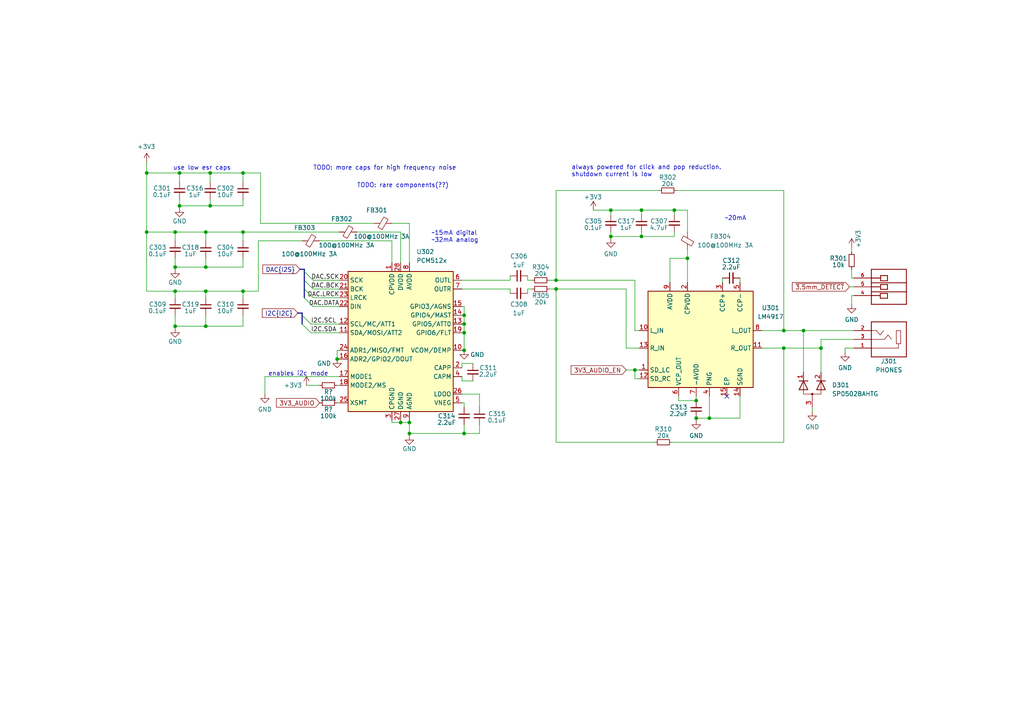
<source format=kicad_sch>
(kicad_sch (version 20211123) (generator eeschema)
  (paper "A4")
  (title_block (date "2022-09-04") (rev "1"))
  (lib_symbols
    (symbol "Audio:PCM5121PW"
      (property "Reference" "U" (at -13.97 21.59 0))
      (property "Value" "PCM5121PW" (at 10.16 21.59 0))
      (symbol "PCM5121PW_0_1"
        (rectangle (start -15.24 20.32) (end 15.24 -20.32) (stroke (width 0.254)) (fill (type background)))
      )
      (symbol "PCM5121PW_1_1"
        (pin power_in line (at -2.54 22.86 270) (length 2.54) (name "CPVDD") (number "1"))
        (pin bidirectional line (at 17.78 -2.54 180) (length 2.54) (name "VCOM/DEMP") (number "10"))
        (pin bidirectional line (at -17.78 2.54 0) (length 2.54) (name "SDA/MOSI/ATT2") (number "11"))
        (pin input line (at -17.78 5.08 0) (length 2.54) (name "SCL/MC/ATT1") (number "12"))
        (pin bidirectional line (at 17.78 5.08 180) (length 2.54) (name "GPIO5/ATT0") (number "13"))
        (pin bidirectional line (at 17.78 7.62 180) (length 2.54) (name "GPIO4/MAST") (number "14"))
        (pin bidirectional line (at 17.78 10.16 180) (length 2.54) (name "GPIO3/AGNS") (number "15"))
        (pin bidirectional line (at -17.78 -5.08 0) (length 2.54) (name "ADR2/GPIO2/DOUT") (number "16"))
        (pin input line (at -17.78 -10.16 0) (length 2.54) (name "MODE1") (number "17"))
        (pin input line (at -17.78 -12.7 0) (length 2.54) (name "MODE2/MS") (number "18"))
        (pin bidirectional line (at 17.78 2.54 180) (length 2.54) (name "GPIO6/FLT") (number "19"))
        (pin passive line (at 17.78 -7.62 180) (length 2.54) (name "CAPP") (number "2"))
        (pin input line (at -17.78 17.78 0) (length 2.54) (name "SCK") (number "20"))
        (pin bidirectional line (at -17.78 15.24 0) (length 2.54) (name "BCK") (number "21"))
        (pin input line (at -17.78 10.16 0) (length 2.54) (name "DIN") (number "22"))
        (pin bidirectional line (at -17.78 12.7 0) (length 2.54) (name "LRCK") (number "23"))
        (pin bidirectional line (at -17.78 -2.54 0) (length 2.54) (name "ADR1/MISO/FMT") (number "24"))
        (pin input line (at -17.78 -17.78 0) (length 2.54) (name "XSMT") (number "25"))
        (pin passive line (at 17.78 -15.24 180) (length 2.54) (name "LDOO") (number "26"))
        (pin power_in line (at 0 -22.86 90) (length 2.54) (name "DGND") (number "27"))
        (pin power_in line (at 0 22.86 270) (length 2.54) (name "DVDD") (number "28"))
        (pin power_in line (at -2.54 -22.86 90) (length 2.54) (name "CPGND") (number "3"))
        (pin passive line (at 17.78 -10.16 180) (length 2.54) (name "CAPM") (number "4"))
        (pin passive line (at 17.78 -17.78 180) (length 2.54) (name "VNEG") (number "5"))
        (pin output line (at 17.78 17.78 180) (length 2.54) (name "OUTL") (number "6"))
        (pin output line (at 17.78 15.24 180) (length 2.54) (name "OUTR") (number "7"))
        (pin power_in line (at 2.54 22.86 270) (length 2.54) (name "AVDD") (number "8"))
        (pin power_in line (at 2.54 -22.86 90) (length 2.54) (name "AGND") (number "9"))
      )
    )
    (symbol "Device:C_Small" (pin_numbers hide) (pin_names (offset 0.254) hide)
      (property "Reference" "C" (at 0.254 1.778 0))
      (property "Value" "C_Small" (at 0.254 -2.032 0))
      (symbol "C_Small_0_1"
        (polyline (pts (xy -1.524 -0.508) (xy 1.524 -0.508)) (stroke (width 0.3302)))
        (polyline (pts (xy -1.524 0.508) (xy 1.524 0.508)) (stroke (width 0.3048)))
      )
      (symbol "C_Small_1_1"
        (pin passive line (at 0 2.54 270) (length 2.032) (name "~") (number "1"))
        (pin passive line (at 0 -2.54 90) (length 2.032) (name "~") (number "2"))
      )
    )
    (symbol "Device:D_Dual_CommonAnode_KKA_Parallel" (pin_names (offset 0.762) hide)
      (property "Reference" "D" (at 0 5.08 0))
      (property "Value" "D_Dual_CommonAnode_KKA_Parallel" (at 0 -5.08 0))
      (symbol "D_Dual_CommonAnode_KKA_Parallel_0_0"
        (polyline (pts (xy 2.54 -3.81) (xy 2.54 -1.27)) (stroke (width 0.254)))
        (polyline (pts (xy 2.54 1.27) (xy 2.54 3.81)) (stroke (width 0.254)))
      )
      (symbol "D_Dual_CommonAnode_KKA_Parallel_0_1"
        (circle (center -1.27 0) (radius 0.254) (fill (type outline)))
        (polyline (pts (xy -1.27 0) (xy -2.54 0)))
        (polyline (pts (xy 2.54 2.54) (xy -1.27 2.54) (xy -1.27 -2.54) (xy 2.54 -2.54)))
        (polyline (pts (xy 0 -1.27) (xy 2.54 -2.54) (xy 0 -3.81) (xy 0 -1.27) (xy 0 -1.27) (xy 0 -1.27)) (stroke (width 0.254)))
        (polyline (pts (xy 0 3.81) (xy 2.54 2.54) (xy 0 1.27) (xy 0 3.81) (xy 0 3.81) (xy 0 3.81)) (stroke (width 0.254)))
        (pin passive line (at 5.08 2.54 180) (length 2.54) (name "K") (number "1"))
        (pin passive line (at 5.08 -2.54 180) (length 2.54) (name "K") (number "2"))
        (pin passive line (at -5.08 0 0) (length 2.54) (name "A") (number "3"))
      )
    )
    (symbol "Device:Ferrite_Bead_Small" (pin_numbers hide) (pin_names (offset 0))
      (property "Reference" "FB" (at 1.905 1.27 0))
      (property "Value" "Device_Ferrite_Bead_Small" (at 1.905 -1.27 0))
      (symbol "Ferrite_Bead_Small_0_1"
        (polyline (pts (xy 0 -1.27) (xy 0 -0.7874)))
        (polyline (pts (xy 0 0.889) (xy 0 1.2954)))
        (polyline (pts (xy -1.8288 0.2794) (xy -1.1176 1.4986) (xy 1.8288 -0.2032) (xy 1.1176 -1.4224) (xy -1.8288 0.2794)))
      )
      (symbol "Ferrite_Bead_Small_1_1"
        (pin passive line (at 0 2.54 270) (length 1.27) (name "~") (number "1"))
        (pin passive line (at 0 -2.54 90) (length 1.27) (name "~") (number "2"))
      )
    )
    (symbol "Device:R_Small" (pin_numbers hide) (pin_names (offset 0.254) hide)
      (property "Reference" "R" (at 0.762 0.508 0))
      (property "Value" "R_Small" (at 0.762 -1.016 0))
      (symbol "R_Small_0_1"
        (rectangle (start -0.762 1.778) (end 0.762 -1.778) (stroke (width 0.2032)))
      )
      (symbol "R_Small_1_1"
        (pin passive line (at 0 2.54 270) (length 0.762) (name "~") (number "1"))
        (pin passive line (at 0 -2.54 90) (length 0.762) (name "~") (number "2"))
      )
    )
    (symbol "power:+3V3" (power) (pin_names (offset 0))
      (property "Value" "+3V3" (at 0 3.556 0))
      (symbol "+3V3_0_1"
        (polyline (pts (xy -0.762 1.27) (xy 0 2.54)))
        (polyline (pts (xy 0 0) (xy 0 2.54)))
        (polyline (pts (xy 0 2.54) (xy 0.762 1.27)))
      )
      (symbol "+3V3_1_1"
        (pin power_in line (at 0 0 90) (length 0) hide (name "+3V3") (number "1"))
      )
    )
    (symbol "power:GND" (power) (pin_names (offset 0))
      (property "Value" "GND" (at 0 -3.81 0))
      (symbol "GND_0_1"
        (polyline (pts (xy 0 0) (xy 0 -1.27) (xy 1.27 -1.27) (xy 0 -2.54) (xy -1.27 -1.27) (xy 0 -1.27)))
      )
      (symbol "GND_1_1"
        (pin power_in line (at 0 0 270) (length 0) hide (name "GND") (number "1"))
      )
    )
    (symbol "symbols:LM4917"
      (property "Reference" "U" (at 0 0 0))
      (property "Value" "LM4917" (at 0 0 0))
      (symbol "LM4917_0_0"
        (pin input line (at -17.78 -2.54 0) (length 2.54) (name "R_IN") (number "13"))
        (pin power_in line (at 11.43 -16.51 90) (length 2.54) (name "SGND") (number "14"))
        (pin power_in line (at 7.62 -16.51 90) (length 2.54) (name "EP") (number "15"))
        (pin passive line (at 6.35 16.51 270) (length 2.54) (name "CCP+") (number "3"))
      )
      (symbol "LM4917_0_1"
        (rectangle (start -15.24 13.97) (end 15.24 -13.97) (stroke (width 0.254)) (fill (type background)))
      )
      (symbol "LM4917_1_1"
        (pin input line (at -17.78 -8.89 0) (length 2.54) (name "SD_LC") (number "1"))
        (pin input line (at -17.78 2.54 0) (length 2.54) (name "L_IN") (number "10"))
        (pin output line (at 17.78 -2.54 180) (length 2.54) (name "R_OUT") (number "11"))
        (pin input line (at -17.78 -11.43 0) (length 2.54) (name "SD_RC") (number "12"))
        (pin power_in line (at -3.81 16.51 270) (length 2.54) (name "CPVDD") (number "2"))
        (pin power_in line (at 2.54 -16.51 90) (length 2.54) (name "PNG") (number "4"))
        (pin passive line (at 11.43 16.51 270) (length 2.54) (name "CCP-") (number "5"))
        (pin power_in line (at -6.35 -16.51 90) (length 2.54) (name "VCP_OUT") (number "6"))
        (pin power_in line (at -1.27 -16.51 90) (length 2.54) (name "-AVDD") (number "7"))
        (pin output line (at 17.78 2.54 180) (length 2.54) (name "L_OUT") (number "8"))
        (pin power_in line (at -8.89 16.51 270) (length 2.54) (name "AVDD") (number "9"))
      )
    )
    (symbol "symbols:SJ-3566AN" (pin_names (offset 1.016) hide)
      (property "Reference" "J301" (at 0 6.35 0))
      (property "Value" "PHONES" (at 0 8.89 0))
      (symbol "SJ-3566AN_0_0"
        (polyline (pts (xy -5.1054 -13.7922) (xy 5.0038 -13.7922)) (stroke (width 0.254)))
        (polyline (pts (xy -5.08 -20.32) (xy 5.08 -20.32)) (stroke (width 0.254)))
        (polyline (pts (xy -5.08 -10.16) (xy -5.08 -20.32)) (stroke (width 0.254)))
        (polyline (pts (xy -5.08 -5.08) (xy 5.08 -5.08)) (stroke (width 0.254)))
        (polyline (pts (xy -5.08 5.08) (xy -5.08 -5.08)) (stroke (width 0.254)))
        (polyline (pts (xy -3.429 -2.54) (xy -2.159 -2.54)) (stroke (width 0.1524)))
        (polyline (pts (xy -3.429 1.27) (xy -3.429 -2.54)) (stroke (width 0.1524)))
        (polyline (pts (xy -2.794 1.27) (xy -3.429 1.27)) (stroke (width 0.1524)))
        (polyline (pts (xy -2.794 1.27) (xy -2.794 2.54)) (stroke (width 0.1524)))
        (polyline (pts (xy -2.794 2.54) (xy 5.08 2.54)) (stroke (width 0.1524)))
        (polyline (pts (xy -2.159 -2.54) (xy -2.159 1.27)) (stroke (width 0.1524)))
        (polyline (pts (xy -2.159 1.27) (xy -2.794 1.27)) (stroke (width 0.1524)))
        (polyline (pts (xy 0.254 -1.27) (xy -0.762 0)) (stroke (width 0.1524)))
        (polyline (pts (xy 0.4064 -18.4912) (xy 0.4064 -16.9926)) (stroke (width 0.254)))
        (polyline (pts (xy 0.4064 -16.9926) (xy 2.3876 -16.9926)) (stroke (width 0.254)))
        (polyline (pts (xy 0.4064 -15.9004) (xy 0.4064 -14.5034)) (stroke (width 0.254)))
        (polyline (pts (xy 0.4064 -14.5034) (xy 2.3876 -14.5034)) (stroke (width 0.254)))
        (polyline (pts (xy 0.4064 -11.9126) (xy 0.4064 -13.3096)) (stroke (width 0.254)))
        (polyline (pts (xy 0.508 -13.3096) (xy 2.4892 -13.3096)) (stroke (width 0.254)))
        (polyline (pts (xy 1.27 0) (xy 0.254 -1.27)) (stroke (width 0.1524)))
        (polyline (pts (xy 1.524 -2.54) (xy 2.54 -1.27)) (stroke (width 0.1524)))
        (polyline (pts (xy 2.3876 -18.4912) (xy 0.4064 -18.4912)) (stroke (width 0.254)))
        (polyline (pts (xy 2.3876 -16.9926) (xy 2.3876 -18.4912)) (stroke (width 0.254)))
        (polyline (pts (xy 2.3876 -15.9004) (xy 0.4064 -15.9004)) (stroke (width 0.254)))
        (polyline (pts (xy 2.3876 -14.5034) (xy 2.3876 -15.9004)) (stroke (width 0.254)))
        (polyline (pts (xy 2.4892 -13.3096) (xy 2.4892 -11.9126)) (stroke (width 0.254)))
        (polyline (pts (xy 2.4892 -11.9126) (xy 0.508 -11.9126)) (stroke (width 0.254)))
        (polyline (pts (xy 2.54 -1.27) (xy 3.556 -2.54)) (stroke (width 0.1524)))
        (polyline (pts (xy 5.08 -20.32) (xy 5.08 -17.78)) (stroke (width 0.254)))
        (polyline (pts (xy 5.08 -17.78) (xy 2.54 -17.78)) (stroke (width 0.254)))
        (polyline (pts (xy 5.08 -17.78) (xy 5.08 -15.24)) (stroke (width 0.254)))
        (polyline (pts (xy 5.08 -15.24) (xy 2.54 -15.24)) (stroke (width 0.254)))
        (polyline (pts (xy 5.08 -15.24) (xy 5.08 -12.7)) (stroke (width 0.254)))
        (polyline (pts (xy 5.08 -12.7) (xy 2.54 -12.7)) (stroke (width 0.254)))
        (polyline (pts (xy 5.08 -12.7) (xy 5.08 -10.16)) (stroke (width 0.254)))
        (polyline (pts (xy 5.08 -10.16) (xy -5.08 -10.16)) (stroke (width 0.254)))
        (polyline (pts (xy 5.08 -5.08) (xy 5.08 -2.54)) (stroke (width 0.254)))
        (polyline (pts (xy 5.08 -2.54) (xy 3.556 -2.54)) (stroke (width 0.1524)))
        (polyline (pts (xy 5.08 -2.54) (xy 5.08 0)) (stroke (width 0.254)))
        (polyline (pts (xy 5.08 0) (xy 1.27 0)) (stroke (width 0.1524)))
        (polyline (pts (xy 5.08 0) (xy 5.08 2.54)) (stroke (width 0.254)))
        (polyline (pts (xy 5.08 2.54) (xy 5.08 5.08)) (stroke (width 0.254)))
        (polyline (pts (xy 5.08 5.08) (xy -5.08 5.08)) (stroke (width 0.254)))
        (polyline (pts (xy 5.1054 -16.4084) (xy -5.1054 -16.4084)) (stroke (width 0.254)))
        (pin passive line (at 10.16 2.54 180) (length 5.08) (name "~") (number "1"))
        (pin passive line (at 10.16 -2.54 180) (length 5.08) (name "~") (number "2"))
        (pin passive line (at 10.16 0 180) (length 5.08) (name "~") (number "3"))
        (pin passive line (at 10.16 -12.7 180) (length 5.08) (name "~") (number "4"))
        (pin passive line (at 10.16 -15.24 180) (length 5.08) (name "~") (number "5"))
        (pin passive line (at 10.16 -17.78 180) (length 5.08) (name "~") (number "6"))
      )
    )
  )
  (junction (at 134.62 101.6))
  (junction (at 70.485 84.455))
  (junction (at 134.62 93.98))
  (junction (at 134.62 91.44))
  (junction (at 186.055 60.96))
  (junction (at 201.93 121.285))
  (junction (at 42.545 50.165))
  (junction (at 195.58 60.96))
  (junction (at 118.745 125.73))
  (junction (at 42.545 67.31))
  (junction (at 186.055 68.58))
  (junction (at 59.69 67.31))
  (junction (at 70.485 50.165))
  (junction (at 116.205 122.555))
  (junction (at 238.125 100.965))
  (junction (at 184.15 107.315))
  (junction (at 227.33 100.965))
  (junction (at 59.69 94.615))
  (junction (at 177.165 60.96))
  (junction (at 50.8 84.455))
  (junction (at 199.39 74.93))
  (junction (at 59.69 77.47))
  (junction (at 205.74 121.285))
  (junction (at 118.745 122.555))
  (junction (at 201.93 116.205))
  (junction (at 50.8 67.31))
  (junction (at 134.62 96.52))
  (junction (at 134.62 125.73))
  (junction (at 161.29 83.82))
  (junction (at 52.07 50.165))
  (junction (at 233.045 95.885))
  (junction (at 52.07 59.69))
  (junction (at 50.8 94.615))
  (junction (at 60.96 59.69))
  (junction (at 70.485 67.31))
  (junction (at 60.96 50.165))
  (junction (at 97.79 104.14))
  (junction (at 177.165 68.58))
  (junction (at 161.29 81.28))
  (junction (at 227.33 95.885))
  (junction (at 50.8 77.47))
  (junction (at 59.69 84.455))
  (no_connect (at -332.105 50.165))
  (no_connect (at 210.82 114.935))
  (no_connect (at 229.87 256.54))
  (bus_entry (at 87.63 93.98) (size 2.54 2.54))
  (bus_entry (at 87.63 91.44) (size 2.54 2.54))
  (bus_entry (at 88.265 78.74) (size 2.54 2.54))
  (bus_entry (at 88.265 81.28) (size 2.54 2.54))
  (bus_entry (at 88.265 86.36) (size 2.54 2.54))
  (bus_entry (at 88.265 83.82) (size 2.54 2.54))
  (wire (pts (xy 247.015 85.725) (xy 247.015 88.265)))
  (wire (pts (xy 59.69 74.93) (xy 59.69 77.47)))
  (wire (pts (xy 184.15 81.28) (xy 184.15 95.885)))
  (wire (pts (xy 153.035 83.82) (xy 153.035 85.09)))
  (wire (pts (xy 133.985 105.41) (xy 133.985 106.68)))
  (wire (pts (xy 133.985 93.98) (xy 134.62 93.98)))
  (wire (pts (xy 70.485 57.785) (xy 70.485 59.69)))
  (wire (pts (xy 247.65 80.645) (xy 247.015 80.645)))
  (wire (pts (xy 116.205 122.555) (xy 118.745 122.555)))
  (wire (pts (xy 50.8 77.47) (xy 50.8 78.105)))
  (wire (pts (xy 247.65 85.725) (xy 247.015 85.725)))
  (wire (pts (xy 154.305 81.28) (xy 153.035 81.28)))
  (wire (pts (xy 227.33 100.965) (xy 227.33 128.27)))
  (wire (pts (xy 153.035 81.28) (xy 153.035 80.01)))
  (wire (pts (xy 147.955 83.82) (xy 147.955 85.09)))
  (wire (pts (xy 227.33 128.27) (xy 194.945 128.27)))
  (wire (pts (xy 209.55 80.645) (xy 209.55 81.915)))
  (wire (pts (xy 220.98 100.965) (xy 227.33 100.965)))
  (wire (pts (xy 50.8 77.47) (xy 59.69 77.47)))
  (wire (pts (xy 50.8 69.85) (xy 50.8 67.31)))
  (wire (pts (xy 52.07 50.165) (xy 60.96 50.165)))
  (wire (pts (xy 59.69 67.31) (xy 70.485 67.31)))
  (wire (pts (xy 247.65 100.965) (xy 245.11 100.965)))
  (wire (pts (xy 177.165 68.58) (xy 177.165 69.215)))
  (wire (pts (xy 75.565 50.165) (xy 75.565 64.77)))
  (bus (pts (xy 88.265 78.74) (xy 88.265 81.28)))
  (wire (pts (xy 139.065 125.73) (xy 134.62 125.73)))
  (wire (pts (xy 133.985 114.3) (xy 139.065 114.3)))
  (wire (pts (xy 161.29 55.245) (xy 191.135 55.245)))
  (wire (pts (xy 177.165 60.96) (xy 177.165 62.23)))
  (wire (pts (xy 195.58 60.96) (xy 199.39 60.96)))
  (wire (pts (xy 199.39 72.39) (xy 199.39 74.93)))
  (wire (pts (xy 42.545 50.165) (xy 52.07 50.165)))
  (wire (pts (xy 118.745 76.2) (xy 118.745 64.77)))
  (wire (pts (xy 133.985 81.28) (xy 147.955 81.28)))
  (wire (pts (xy 186.055 60.96) (xy 186.055 62.23)))
  (wire (pts (xy 59.69 67.31) (xy 59.69 69.85)))
  (wire (pts (xy 97.79 111.76) (xy 98.425 111.76)))
  (wire (pts (xy 233.045 95.885) (xy 233.045 107.95)))
  (wire (pts (xy 186.055 67.31) (xy 186.055 68.58)))
  (wire (pts (xy 52.07 59.69) (xy 60.96 59.69)))
  (wire (pts (xy 214.63 114.935) (xy 214.63 121.285)))
  (bus (pts (xy 86.995 78.105) (xy 88.265 78.105)))
  (wire (pts (xy 181.61 83.82) (xy 161.29 83.82)))
  (wire (pts (xy 227.33 55.245) (xy 227.33 95.885)))
  (wire (pts (xy 113.665 122.555) (xy 116.205 122.555)))
  (wire (pts (xy 59.69 84.455) (xy 59.69 86.36)))
  (wire (pts (xy 134.62 88.9) (xy 134.62 91.44)))
  (wire (pts (xy 238.125 100.965) (xy 238.125 98.425)))
  (wire (pts (xy 98.425 67.31) (xy 70.485 67.31)))
  (wire (pts (xy 184.15 107.315) (xy 184.15 109.855)))
  (wire (pts (xy 97.79 101.6) (xy 97.79 104.14)))
  (wire (pts (xy 70.485 74.93) (xy 70.485 77.47)))
  (wire (pts (xy 88.9 111.76) (xy 92.71 111.76)))
  (wire (pts (xy 59.69 91.44) (xy 59.69 94.615)))
  (wire (pts (xy 137.16 110.49) (xy 133.985 110.49)))
  (wire (pts (xy 161.29 81.28) (xy 159.385 81.28)))
  (wire (pts (xy 133.985 91.44) (xy 134.62 91.44)))
  (wire (pts (xy 60.96 50.165) (xy 70.485 50.165)))
  (wire (pts (xy 154.305 83.82) (xy 153.035 83.82)))
  (wire (pts (xy 181.61 83.82) (xy 181.61 100.965)))
  (wire (pts (xy 139.065 123.19) (xy 139.065 125.73)))
  (wire (pts (xy 60.96 50.165) (xy 60.96 52.705)))
  (bus (pts (xy 87.63 91.44) (xy 87.63 93.98)))
  (wire (pts (xy 97.79 101.6) (xy 98.425 101.6)))
  (wire (pts (xy 172.085 60.96) (xy 177.165 60.96)))
  (wire (pts (xy 134.62 96.52) (xy 134.62 101.6)))
  (wire (pts (xy 70.485 91.44) (xy 70.485 94.615)))
  (wire (pts (xy 50.8 91.44) (xy 50.8 94.615)))
  (wire (pts (xy 90.17 96.52) (xy 98.425 96.52)))
  (wire (pts (xy 42.545 67.31) (xy 42.545 84.455)))
  (wire (pts (xy 70.485 86.36) (xy 70.485 84.455)))
  (wire (pts (xy 186.055 60.96) (xy 195.58 60.96)))
  (wire (pts (xy 42.545 50.165) (xy 42.545 67.31)))
  (wire (pts (xy 70.485 52.705) (xy 70.485 50.165)))
  (wire (pts (xy 247.015 71.755) (xy 247.015 73.025)))
  (wire (pts (xy 195.58 68.58) (xy 195.58 67.31)))
  (wire (pts (xy 134.62 123.19) (xy 134.62 125.73)))
  (wire (pts (xy 59.69 77.47) (xy 70.485 77.47)))
  (wire (pts (xy 133.985 116.84) (xy 134.62 116.84)))
  (wire (pts (xy 161.29 55.245) (xy 161.29 81.28)))
  (wire (pts (xy 52.07 52.705) (xy 52.07 50.165)))
  (wire (pts (xy 161.29 128.27) (xy 161.29 83.82)))
  (wire (pts (xy 227.33 100.965) (xy 238.125 100.965)))
  (wire (pts (xy 233.045 95.885) (xy 247.65 95.885)))
  (wire (pts (xy 70.485 69.85) (xy 70.485 67.31)))
  (wire (pts (xy 205.74 121.285) (xy 201.93 121.285)))
  (bus (pts (xy 88.265 83.82) (xy 88.265 86.36)))
  (wire (pts (xy 50.8 94.615) (xy 50.8 95.25)))
  (wire (pts (xy 220.98 95.885) (xy 227.33 95.885)))
  (wire (pts (xy 199.39 60.96) (xy 199.39 67.31)))
  (wire (pts (xy 235.585 119.38) (xy 235.585 118.11)))
  (wire (pts (xy 50.8 74.93) (xy 50.8 77.47)))
  (wire (pts (xy 161.29 83.82) (xy 159.385 83.82)))
  (wire (pts (xy 177.165 68.58) (xy 186.055 68.58)))
  (wire (pts (xy 90.805 86.36) (xy 98.425 86.36)))
  (wire (pts (xy 74.93 84.455) (xy 74.93 69.85)))
  (wire (pts (xy 238.125 100.965) (xy 238.125 107.95)))
  (wire (pts (xy 134.62 125.73) (xy 118.745 125.73)))
  (wire (pts (xy 76.835 109.22) (xy 76.835 114.3)))
  (wire (pts (xy 184.15 109.855) (xy 185.42 109.855)))
  (wire (pts (xy 245.11 100.965) (xy 245.11 102.235)))
  (wire (pts (xy 133.985 110.49) (xy 133.985 109.22)))
  (wire (pts (xy 50.8 84.455) (xy 59.69 84.455)))
  (wire (pts (xy 59.69 84.455) (xy 70.485 84.455)))
  (wire (pts (xy 196.85 114.935) (xy 196.85 116.205)))
  (wire (pts (xy 201.93 121.92) (xy 201.93 121.285)))
  (wire (pts (xy 60.96 57.785) (xy 60.96 59.69)))
  (wire (pts (xy 134.62 101.6) (xy 133.985 101.6)))
  (wire (pts (xy 97.79 116.84) (xy 98.425 116.84)))
  (wire (pts (xy 194.31 81.915) (xy 194.31 74.93)))
  (wire (pts (xy 214.63 80.645) (xy 214.63 81.915)))
  (bus (pts (xy 88.265 81.28) (xy 88.265 83.82)))
  (wire (pts (xy 90.805 83.82) (xy 98.425 83.82)))
  (wire (pts (xy 134.62 93.98) (xy 134.62 96.52)))
  (wire (pts (xy 227.33 95.885) (xy 233.045 95.885)))
  (wire (pts (xy 116.205 76.2) (xy 116.205 67.31)))
  (wire (pts (xy 113.665 69.85) (xy 113.665 76.2)))
  (wire (pts (xy 76.835 109.22) (xy 98.425 109.22)))
  (wire (pts (xy 205.74 114.935) (xy 205.74 121.285)))
  (wire (pts (xy 74.93 69.85) (xy 87.63 69.85)))
  (wire (pts (xy 50.8 86.36) (xy 50.8 84.455)))
  (wire (pts (xy 42.545 46.99) (xy 42.545 50.165)))
  (wire (pts (xy 70.485 84.455) (xy 74.93 84.455)))
  (wire (pts (xy 205.74 121.285) (xy 214.63 121.285)))
  (wire (pts (xy 194.31 74.93) (xy 199.39 74.93)))
  (wire (pts (xy 184.15 107.315) (xy 185.42 107.315)))
  (bus (pts (xy 86.36 90.805) (xy 87.63 90.805)))
  (wire (pts (xy 92.71 69.85) (xy 113.665 69.85)))
  (wire (pts (xy 196.215 55.245) (xy 227.33 55.245)))
  (wire (pts (xy 246.38 83.185) (xy 247.65 83.185)))
  (wire (pts (xy 201.93 116.205) (xy 201.93 114.935)))
  (wire (pts (xy 118.745 122.555) (xy 118.745 125.73)))
  (wire (pts (xy 134.62 116.84) (xy 134.62 118.11)))
  (wire (pts (xy 50.8 94.615) (xy 59.69 94.615)))
  (wire (pts (xy 113.665 64.77) (xy 118.745 64.77)))
  (wire (pts (xy 134.62 91.44) (xy 134.62 93.98)))
  (wire (pts (xy 90.17 93.98) (xy 98.425 93.98)))
  (wire (pts (xy 50.8 84.455) (xy 42.545 84.455)))
  (wire (pts (xy 116.205 121.92) (xy 116.205 122.555)))
  (wire (pts (xy 133.985 88.9) (xy 134.62 88.9)))
  (wire (pts (xy 185.42 100.965) (xy 181.61 100.965)))
  (wire (pts (xy 184.15 95.885) (xy 185.42 95.885)))
  (wire (pts (xy 195.58 60.96) (xy 195.58 62.23)))
  (wire (pts (xy 70.485 50.165) (xy 75.565 50.165)))
  (wire (pts (xy 139.065 118.11) (xy 139.065 114.3)))
  (wire (pts (xy 52.07 59.69) (xy 52.07 60.325)))
  (wire (pts (xy 50.8 67.31) (xy 59.69 67.31)))
  (wire (pts (xy 97.79 104.14) (xy 98.425 104.14)))
  (wire (pts (xy 184.15 81.28) (xy 161.29 81.28)))
  (wire (pts (xy 133.985 96.52) (xy 134.62 96.52)))
  (wire (pts (xy 177.165 60.96) (xy 186.055 60.96)))
  (wire (pts (xy 75.565 64.77) (xy 108.585 64.77)))
  (wire (pts (xy 177.165 67.31) (xy 177.165 68.58)))
  (wire (pts (xy 90.805 81.28) (xy 98.425 81.28)))
  (wire (pts (xy 199.39 74.93) (xy 199.39 81.915)))
  (wire (pts (xy 118.745 121.92) (xy 118.745 122.555)))
  (bus (pts (xy 87.63 90.805) (xy 87.63 91.44)))
  (wire (pts (xy 133.985 83.82) (xy 147.955 83.82)))
  (wire (pts (xy 113.665 121.92) (xy 113.665 122.555)))
  (wire (pts (xy 116.205 67.31) (xy 103.505 67.31)))
  (wire (pts (xy 196.85 116.205) (xy 201.93 116.205)))
  (wire (pts (xy 238.125 98.425) (xy 247.65 98.425)))
  (wire (pts (xy 186.055 68.58) (xy 195.58 68.58)))
  (wire (pts (xy 137.16 105.41) (xy 133.985 105.41)))
  (wire (pts (xy 147.955 81.28) (xy 147.955 80.01)))
  (wire (pts (xy 118.745 125.73) (xy 118.745 126.365)))
  (wire (pts (xy 247.015 80.645) (xy 247.015 78.105)))
  (wire (pts (xy 52.07 57.785) (xy 52.07 59.69)))
  (bus (pts (xy 88.265 78.105) (xy 88.265 78.74)))
  (wire (pts (xy 189.865 128.27) (xy 161.29 128.27)))
  (wire (pts (xy 181.61 107.315) (xy 184.15 107.315)))
  (wire (pts (xy 90.805 88.9) (xy 98.425 88.9)))
  (wire (pts (xy 60.96 59.69) (xy 70.485 59.69)))
  (wire (pts (xy 42.545 67.31) (xy 50.8 67.31)))
  (wire (pts (xy 59.69 94.615) (xy 70.485 94.615)))
  (text "~20mA" (at 210.185 64.135 0) (effects (font (size 1.27 1.27)) (justify left bottom)))
  (text "always powered for click and pop reduction.\nshutdown current is low" (at 165.735 51.435 0) (effects (font (size 1.27 1.27)) (justify left bottom)))
  (text "~15mA digital\n~32mA analog" (at 125.095 70.485 0) (effects (font (size 1.27 1.27)) (justify left bottom)))
  (text "TODO: more caps for high frequency noise" (at 90.805 49.53 0) (effects (font (size 1.27 1.27)) (justify left bottom)))
  (text "use low esr caps" (at 50.165 49.53 0) (effects (font (size 1.27 1.27)) (justify left bottom)))
  (text "enables i2c mode" (at 95.25 109.22 180) (effects (font (size 1.27 1.27)) (justify right bottom)))
  (text "TODO: rare components(??)" (at 103.505 54.61 0) (effects (font (size 1.27 1.27)) (justify left bottom)))
  (label "DAC.BCK" (at 98.425 83.82 180))
  (label "DAC.LRCK" (at 98.425 86.36 180))
  (label "DAC.DATA" (at 98.425 88.9 180))
  (label "I2C.SCL" (at 90.17 93.98 0))
  (label "I2C.SDA" (at 90.17 96.52 0))
  (label "DAC.SCK" (at 98.425 81.28 180))
  (global_label "3V3_AUDIO_EN" (shape input) (at 181.61 107.315 180) (property "Intersheet References" "${INTERSHEET_REFS}" (effects hide)))
  (global_label "I2C{I2C}" (shape input) (at 86.36 90.805 180) (property "Intersheet References" "${INTERSHEET_REFS}" (effects hide)))
  (global_label "3V3_AUDIO" (shape input) (at 92.71 116.84 180) (property "Intersheet References" "${INTERSHEET_REFS}" (effects hide)))
  (global_label "DAC{I2S}" (shape input) (at 86.995 78.105 180) (property "Intersheet References" "${INTERSHEET_REFS}" (effects hide)))
  (global_label "~{3.5mm_DETECT}" (shape input) (at 246.38 83.185 180) (property "Intersheet References" "${INTERSHEET_REFS}" (effects hide)))
  (symbol (lib_id "Device:C_Small") (at 70.485 55.245 0) (unit 1)
    (property "Reference" "C302" (at 65.405 54.61 0))
    (property "Value" "10uF" (at 65.405 56.515 0))
    (property "Footprint" "Capacitor_SMD:C_0805_2012Metric" (effects hide))
    (property "PN" "EMK212ABJ106KG-T" (effects hide))
  )
  (symbol (lib_id "power:GND") (at 118.745 126.365 0) (unit 1)
    (property "Reference" "#PWR0313" (effects hide))
    (property "Value" "GND" (at 118.745 130.175 0))
  )
  (symbol (lib_id "power:GND") (at 97.79 104.14 0) (unit 1)
    (property "Reference" "#PWR0310" (effects hide))
    (property "Value" "GND" (at 93.98 105.41 0))
  )
  (symbol (lib_id "Device:C_Small") (at 70.485 88.9 0) (unit 1)
    (property "Reference" "C310" (at 65.405 88.265 0))
    (property "Value" "10uF" (at 65.405 90.17 0))
    (property "Footprint" "Capacitor_SMD:C_0805_2012Metric" (effects hide))
    (property "PN" "EMK212ABJ106KG-T" (effects hide))
  )
  (symbol (lib_id "Device:C_Small") (at 139.065 120.65 0) (unit 1)
    (property "Reference" "C315" (at 144.145 120.015 0))
    (property "Value" "0.1uF" (at 144.145 121.92 0))
    (property "Footprint" "Capacitor_SMD:C_0805_2012Metric" (effects hide))
    (property "PN" "0805YD104KAT2A" (effects hide))
  )
  (symbol (lib_id "Device:C_Small") (at 137.16 107.95 0) (unit 1)
    (property "Reference" "C311" (at 141.605 106.68 0))
    (property "Value" "2.2uF" (at 141.605 108.585 0))
    (property "Footprint" "Capacitor_SMD:C_0603_1608Metric" (effects hide))
    (property "PN" "EMK107ABJ225KA8T" (effects hide))
  )
  (symbol (lib_id "Device:R_Small") (at 192.405 128.27 90) (unit 1)
    (property "Reference" "R310" (at 192.405 124.46 90))
    (property "Value" "20k" (at 192.405 126.365 90))
    (property "Footprint" "Resistor_SMD:R_0603_1608Metric" (effects hide))
    (property "PN" "AC0603FR-0720KL" (effects hide))
  )
  (symbol (lib_id "Device:R_Small") (at 95.25 111.76 90) (unit 1)
    (property "Reference" "R?" (at 95.25 113.665 90))
    (property "Value" "100k" (at 95.25 115.57 90))
    (property "Footprint" "Resistor_SMD:R_0603_1608Metric" (effects hide))
    (property "PN" "RC0603JR-10100KL" (effects hide))
  )
  (symbol (lib_id "Device:R_Small") (at 156.845 81.28 90) (unit 1)
    (property "Reference" "R304" (at 156.845 77.47 90))
    (property "Value" "20k" (at 156.845 79.375 90))
    (property "Footprint" "Resistor_SMD:R_0603_1608Metric" (effects hide))
    (property "PN" "AC0603FR-0720KL" (effects hide))
  )
  (symbol (lib_id "power:GND") (at 50.8 95.25 0) (unit 1)
    (property "Reference" "#PWR0306" (effects hide))
    (property "Value" "GND" (at 50.8 99.06 0))
  )
  (symbol (lib_id "Device:Ferrite_Bead_Small") (at 90.17 69.85 90) (unit 1)
    (property "Reference" "FB303" (at 91.44 66.04 90) (effects (justify left)))
    (property "Value" "100@100MHz 3A" (at 97.79 73.66 90) (effects (justify left)))
    (property "Footprint" "Inductor_SMD:L_0603_1608Metric" (effects hide))
    (property "PN" "BLM18KG101TN1D" (effects hide))
  )
  (symbol (lib_id "Device:C_Small") (at 134.62 120.65 0) (unit 1)
    (property "Reference" "C314" (at 129.54 120.65 0))
    (property "Value" "2.2uF" (at 129.54 122.555 0))
    (property "Footprint" "Capacitor_SMD:C_0603_1608Metric" (effects hide))
    (property "PN" "EMK107ABJ225KA8T" (effects hide))
  )
  (symbol (lib_id "Device:C_Small") (at 70.485 72.39 0) (unit 1)
    (property "Reference" "C304" (at 65.405 71.755 0))
    (property "Value" "10uF" (at 65.405 73.66 0))
    (property "Footprint" "Capacitor_SMD:C_0805_2012Metric" (effects hide))
    (property "PN" "EMK212ABJ106KG-T" (effects hide))
  )
  (symbol (lib_id "power:GND") (at 76.835 114.3 0) (unit 1)
    (property "Reference" "#PWR0311" (effects hide))
    (property "Value" "GND" (at 76.835 118.745 0))
  )
  (symbol (lib_id "Device:C_Small") (at 59.69 72.39 0) (unit 1)
    (property "Reference" "C318" (at 55.245 71.755 0))
    (property "Value" "1uF" (at 55.245 73.66 0))
    (property "Footprint" "Capacitor_SMD:C_0805_2012Metric" (effects hide))
    (property "PN" "EMK212BJ105KG-T" (effects hide))
  )
  (symbol (lib_id "power:GND") (at 245.11 102.235 0) (unit 1)
    (property "Reference" "#PWR0308" (effects hide))
    (property "Value" "GND" (at 245.11 106.68 0))
  )
  (symbol (lib_id "power:+3V3") (at 172.085 60.96 0) (unit 1)
    (property "Reference" "#PWR0318" (effects hide))
    (property "Value" "+3V3" (at 174.625 57.15 0) (effects (justify right)))
  )
  (symbol (lib_id "Device:C_Small") (at 60.96 55.245 0) (unit 1)
    (property "Reference" "C316" (at 56.515 54.61 0))
    (property "Value" "1uF" (at 56.515 56.515 0))
    (property "Footprint" "Capacitor_SMD:C_0805_2012Metric" (effects hide))
    (property "PN" "EMK212BJ105KG-T" (effects hide))
  )
  (symbol (lib_id "power:GND") (at 52.07 60.325 0) (unit 1)
    (property "Reference" "#PWR0301" (effects hide))
    (property "Value" "GND" (at 52.07 64.135 0))
  )
  (symbol (lib_id "power:GND") (at 235.585 119.38 0) (unit 1)
    (property "Reference" "#PWR0319" (effects hide))
    (property "Value" "GND" (at 235.585 123.825 0))
  )
  (symbol (lib_id "power:GND") (at 134.62 101.6 0) (unit 1)
    (property "Reference" "#PWR0307" (effects hide))
    (property "Value" "GND" (at 138.43 102.87 0))
  )
  (symbol (lib_id "Device:C_Small") (at 195.58 64.77 0) (unit 1)
    (property "Reference" "C307" (at 191.135 64.135 0))
    (property "Value" "4.7uF" (at 191.135 66.04 0))
    (property "Footprint" "Capacitor_SMD:C_0805_2012Metric" (effects hide))
    (property "PN" "EMK212BJ475KD-T" (effects hide))
  )
  (symbol (lib_id "Device:C_Small") (at 177.165 64.77 0) (unit 1)
    (property "Reference" "C305" (at 172.085 64.135 0))
    (property "Value" "0.1uF" (at 172.085 66.04 0))
    (property "Footprint" "Capacitor_SMD:C_0805_2012Metric" (effects hide))
    (property "PN" "0805YD104KAT2A" (effects hide))
  )
  (symbol (lib_id "Device:C_Small") (at 212.09 80.645 90) (unit 1)
    (property "Reference" "C312" (at 212.09 75.565 90))
    (property "Value" "2.2uF" (at 212.09 77.47 90))
    (property "Footprint" "Capacitor_SMD:C_0603_1608Metric" (effects hide))
    (property "PN" "EMK107ABJ225KA8T" (effects hide))
  )
  (symbol (lib_id "Device:Ferrite_Bead_Small") (at 199.39 69.85 180) (unit 1)
    (property "Reference" "FB304" (at 212.09 68.58 0) (effects (justify left)))
    (property "Value" "100@100MHz 3A" (at 218.44 71.12 0) (effects (justify left)))
    (property "Footprint" "Inductor_SMD:L_0603_1608Metric" (effects hide))
    (property "PN" "BLM18KG101TN1D" (effects hide))
  )
  (symbol (lib_id "power:+3V3") (at 247.015 71.755 0) (unit 1)
    (property "Reference" "#PWR0302" (effects hide))
    (property "Value" "+3V3" (at 248.92 66.675 90) (effects (justify right)))
  )
  (symbol (lib_id "power:GND") (at 247.015 88.265 0) (unit 1)
    (property "Reference" "#PWR0305" (effects hide))
    (property "Value" "GND" (at 247.015 92.71 0))
  )
  (symbol (lib_id "power:GND") (at 201.93 121.92 0) (unit 1)
    (property "Reference" "#PWR0122" (effects hide))
    (property "Value" "GND" (at 201.93 126.365 0))
  )
  (symbol (lib_id "Device:R_Small") (at 247.015 75.565 180) (unit 1)
    (property "Reference" "R301" (at 243.205 74.93 0))
    (property "Value" "10k" (at 243.205 76.835 0))
    (property "Footprint" "Resistor_SMD:R_0603_1608Metric" (effects hide))
    (property "PN" "AC0603JR-0710KL" (effects hide))
  )
  (symbol (lib_id "symbols:SJ-3566AN") (at 257.81 98.425 180) (unit 1)
    (property "Reference" "J301" (at 257.81 104.775 0))
    (property "Value" "PHONES" (at 257.81 107.315 0))
    (property "Footprint" "footprints:CUI_SJ-3566AN" (effects hide))
    (property "PN" "SJ-3566AN" (effects hide))
  )
  (symbol (lib_id "power:GND") (at 177.165 69.215 0) (unit 1)
    (property "Reference" "#PWR0123" (effects hide))
    (property "Value" "GND" (at 177.165 73.66 0))
  )
  (symbol (lib_id "Device:C_Small") (at 150.495 85.09 90) (unit 1)
    (property "Reference" "C308" (at 150.495 88.265 90))
    (property "Value" "1uF" (at 150.495 90.805 90))
    (property "Footprint" "Diode_SMD:D_1206_3216Metric" (effects hide))
    (property "PN" "T491A105M016AT" (effects hide))
  )
  (symbol (lib_id "Device:Ferrite_Bead_Small") (at 100.965 67.31 90) (unit 1)
    (property "Reference" "FB302" (at 102.235 63.5 90) (effects (justify left)))
    (property "Value" "100@100MHz 3A" (at 108.585 71.12 90) (effects (justify left)))
    (property "Footprint" "Inductor_SMD:L_0603_1608Metric" (effects hide))
    (property "PN" "BLM18KG101TN1D" (effects hide))
  )
  (symbol (lib_id "power:GND") (at 50.8 78.105 0) (unit 1)
    (property "Reference" "#PWR0304" (effects hide))
    (property "Value" "GND" (at 50.8 81.915 0))
  )
  (symbol (lib_id "Device:C_Small") (at 50.8 88.9 0) (unit 1)
    (property "Reference" "C309" (at 45.72 88.265 0))
    (property "Value" "0.1uF" (at 45.72 90.17 0))
    (property "Footprint" "Capacitor_SMD:C_0805_2012Metric" (effects hide))
    (property "PN" "0805YD104KAT2A" (effects hide))
  )
  (symbol (lib_id "power:+3V3") (at 42.545 46.99 0) (unit 1)
    (property "Reference" "#PWR?" (effects hide))
    (property "Value" "+3V3" (at 45.085 42.545 0) (effects (justify right)))
  )
  (symbol (lib_id "Device:C_Small") (at 150.495 80.01 90) (unit 1)
    (property "Reference" "C306" (at 150.495 74.295 90))
    (property "Value" "1uF" (at 150.495 76.835 90))
    (property "Footprint" "Diode_SMD:D_1206_3216Metric" (effects hide))
    (property "PN" "T491A105M016AT" (effects hide))
  )
  (symbol (lib_id "Device:C_Small") (at 50.8 72.39 0) (unit 1)
    (property "Reference" "C303" (at 45.72 71.755 0))
    (property "Value" "0.1uF" (at 45.72 73.66 0))
    (property "Footprint" "Capacitor_SMD:C_0805_2012Metric" (effects hide))
    (property "PN" "0805YD104KAT2A" (effects hide))
  )
  (symbol (lib_id "Device:R_Small") (at 156.845 83.82 270) (unit 1)
    (property "Reference" "R305" (at 156.845 85.725 90))
    (property "Value" "20k" (at 156.845 87.63 90))
    (property "Footprint" "Resistor_SMD:R_0603_1608Metric" (effects hide))
    (property "PN" "AC0603FR-0720KL" (effects hide))
  )
  (symbol (lib_id "symbols:LM4917") (at 203.2 98.425 0) (unit 1)
    (property "Reference" "U301" (at 223.52 89.3062 0))
    (property "Value" "LM4917" (at 223.52 91.8462 0))
    (property "Footprint" "footprints:SOIC-14" (effects hide))
    (property "PN" "LM4917SD" (effects hide))
  )
  (symbol (lib_id "Device:R_Small") (at 193.675 55.245 90) (unit 1)
    (property "Reference" "R302" (at 193.675 51.435 90))
    (property "Value" "20k" (at 193.675 53.34 90))
    (property "Footprint" "Resistor_SMD:R_0603_1608Metric" (effects hide))
    (property "PN" "AC0603FR-0720KL" (effects hide))
  )
  (symbol (lib_id "Audio:PCM5121PW") (at 116.205 99.06 0) (unit 1)
    (property "Reference" "U302" (at 120.7644 73.025 0) (effects (justify left)))
    (property "Value" "PCM512x" (at 120.7644 75.565 0) (effects (justify left)))
    (property "Footprint" "Package_SO:TSSOP-28_4.4x9.7mm_P0.65mm" (effects hide))
    (property "Datasheet" "http://www.ti.com/lit/ds/symlink/pcm5121.pdf" (effects hide))
    (property "PN" "PCM512x" (effects hide))
  )
  (symbol (lib_id "Device:D_Dual_CommonAnode_KKA_Parallel") (at 235.585 113.03 90) (unit 1)
    (property "Reference" "D301" (at 241.3 111.6964 90) (effects (justify right)))
    (property "Value" "SP0502BAHTG " (at 241.3 114.2364 90) (effects (justify right)))
    (property "Footprint" "Package_TO_SOT_SMD:SOT-523" (effects hide))
    (property "PN" "PESD2USB3UV-TR" (effects hide))
  )
  (symbol (lib_id "Device:R_Small") (at 95.25 116.84 90) (unit 1)
    (property "Reference" "R?" (at 95.25 118.745 90))
    (property "Value" "100k" (at 95.25 120.65 90))
    (property "Footprint" "Resistor_SMD:R_0603_1608Metric" (effects hide))
    (property "PN" "RC0603JR-10100KL" (effects hide))
  )
  (symbol (lib_id "Device:C_Small") (at 186.055 64.77 0) (unit 1)
    (property "Reference" "C317" (at 181.61 64.135 0))
    (property "Value" "1uF" (at 181.61 66.04 0))
    (property "Footprint" "Capacitor_SMD:C_0805_2012Metric" (effects hide))
    (property "PN" "EMK212BJ105KG-T" (effects hide))
  )
  (symbol (lib_id "Device:C_Small") (at 201.93 118.745 180) (unit 1)
    (property "Reference" "C313" (at 196.85 118.11 0))
    (property "Value" "2.2uF" (at 196.85 120.015 0))
    (property "Footprint" "Capacitor_SMD:C_0805_2012Metric" (effects hide))
    (property "PN" "EMK212BJ225KGHT" (effects hide))
  )
  (symbol (lib_id "Device:C_Small") (at 52.07 55.245 0) (unit 1)
    (property "Reference" "C301" (at 46.99 54.61 0))
    (property "Value" "0.1uF" (at 46.99 56.515 0))
    (property "Footprint" "Capacitor_SMD:C_0805_2012Metric" (effects hide))
    (property "PN" "0805YD104KAT2A" (effects hide))
  )
  (symbol (lib_id "Device:C_Small") (at 59.69 88.9 0) (unit 1)
    (property "Reference" "C319" (at 55.245 88.265 0))
    (property "Value" "1uF" (at 55.245 90.17 0))
    (property "Footprint" "Capacitor_SMD:C_0805_2012Metric" (effects hide))
    (property "PN" "EMK212BJ105KG-T" (effects hide))
  )
  (symbol (lib_id "power:+3V3") (at 88.9 111.76 0) (unit 1)
    (property "Reference" "#PWR?" (effects hide))
    (property "Value" "+3V3" (at 87.63 111.76 0) (effects (justify right)))
  )
  (symbol (lib_id "Device:Ferrite_Bead_Small") (at 111.125 64.77 90) (unit 1)
    (property "Reference" "FB301" (at 112.395 60.96 90) (effects (justify left)))
    (property "Value" "100@100MHz 3A" (at 118.745 68.58 90) (effects (justify left)))
    (property "Footprint" "Inductor_SMD:L_0603_1608Metric" (effects hide))
    (property "PN" "BLM18KG101TN1D" (effects hide))
  )
)
</source>
